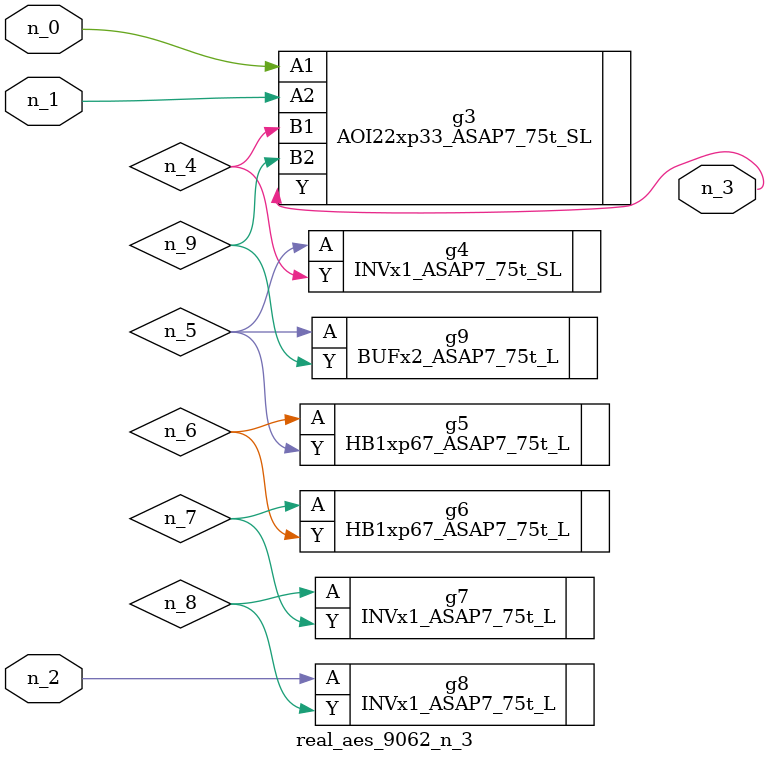
<source format=v>
module real_aes_9062_n_3 (n_0, n_2, n_1, n_3);
input n_0;
input n_2;
input n_1;
output n_3;
wire n_4;
wire n_5;
wire n_7;
wire n_9;
wire n_6;
wire n_8;
AOI22xp33_ASAP7_75t_SL g3 ( .A1(n_0), .A2(n_1), .B1(n_4), .B2(n_9), .Y(n_3) );
INVx1_ASAP7_75t_L g8 ( .A(n_2), .Y(n_8) );
INVx1_ASAP7_75t_SL g4 ( .A(n_5), .Y(n_4) );
BUFx2_ASAP7_75t_L g9 ( .A(n_5), .Y(n_9) );
HB1xp67_ASAP7_75t_L g5 ( .A(n_6), .Y(n_5) );
HB1xp67_ASAP7_75t_L g6 ( .A(n_7), .Y(n_6) );
INVx1_ASAP7_75t_L g7 ( .A(n_8), .Y(n_7) );
endmodule
</source>
